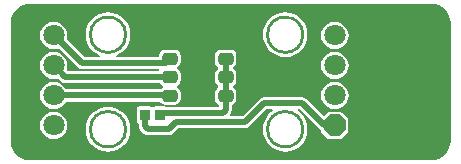
<source format=gtl>
G04 Layer_Physical_Order=1*
G04 Layer_Color=255*
%FSLAX44Y44*%
%MOMM*%
G71*
G01*
G75*
%ADD10R,0.8500X0.9500*%
G04:AMPARAMS|DCode=11|XSize=1.3mm|YSize=1mm|CornerRadius=0.25mm|HoleSize=0mm|Usage=FLASHONLY|Rotation=0.000|XOffset=0mm|YOffset=0mm|HoleType=Round|Shape=RoundedRectangle|*
%AMROUNDEDRECTD11*
21,1,1.3000,0.5000,0,0,0.0*
21,1,0.8000,1.0000,0,0,0.0*
1,1,0.5000,0.4000,-0.2500*
1,1,0.5000,-0.4000,-0.2500*
1,1,0.5000,-0.4000,0.2500*
1,1,0.5000,0.4000,0.2500*
%
%ADD11ROUNDEDRECTD11*%
%ADD12C,0.5000*%
%ADD13C,0.2540*%
%ADD14C,1.8000*%
%ADD15P,1.9483X8X112.5*%
G36*
X363149Y135831D02*
X366177Y134912D01*
X368967Y133420D01*
X371413Y131413D01*
X373420Y128967D01*
X374912Y126177D01*
X375831Y123149D01*
X376132Y120085D01*
X376115Y120000D01*
Y20000D01*
X376132Y19915D01*
X375831Y16851D01*
X374912Y13823D01*
X373420Y11033D01*
X371413Y8587D01*
X368967Y6579D01*
X366177Y5088D01*
X363149Y4169D01*
X360085Y3868D01*
X360000Y3885D01*
X20000D01*
X19915Y3868D01*
X16851Y4169D01*
X13823Y5088D01*
X11033Y6579D01*
X8587Y8587D01*
X6579Y11033D01*
X5088Y13823D01*
X4169Y16851D01*
X3868Y19915D01*
X3885Y20000D01*
Y120000D01*
X3868Y120085D01*
X4169Y123149D01*
X5088Y126177D01*
X6579Y128967D01*
X8587Y131413D01*
X11033Y133420D01*
X13823Y134912D01*
X16851Y135831D01*
X19915Y136132D01*
X20000Y136115D01*
X360000D01*
X360085Y136132D01*
X363149Y135831D01*
D02*
G37*
%LPC*%
G36*
X278000Y70240D02*
X274988Y69843D01*
X272180Y68680D01*
X269770Y66830D01*
X267920Y64420D01*
X266757Y61613D01*
X266360Y58600D01*
X266757Y55588D01*
X267920Y52780D01*
X269770Y50370D01*
X272180Y48520D01*
X274988Y47357D01*
X278000Y46961D01*
X281012Y47357D01*
X283820Y48520D01*
X286230Y50370D01*
X288080Y52780D01*
X289243Y55588D01*
X289640Y58600D01*
X289243Y61613D01*
X288080Y64420D01*
X286230Y66830D01*
X283820Y68680D01*
X281012Y69843D01*
X278000Y70240D01*
D02*
G37*
G36*
X189500Y97389D02*
X181500D01*
X179534Y96998D01*
X177866Y95884D01*
X176752Y94216D01*
X176361Y92250D01*
Y87250D01*
X176752Y85283D01*
X177866Y83616D01*
X179487Y82533D01*
X179534Y82234D01*
Y81516D01*
X179487Y81217D01*
X177866Y80134D01*
X176752Y78467D01*
X176361Y76500D01*
Y71500D01*
X176752Y69534D01*
X177866Y67866D01*
X179487Y66783D01*
X179534Y66484D01*
Y65766D01*
X179487Y65467D01*
X177866Y64384D01*
X176752Y62716D01*
X176361Y60750D01*
Y55750D01*
X176752Y53783D01*
X177866Y52116D01*
X179534Y51002D01*
X180361Y50838D01*
Y48679D01*
X135935D01*
X135241Y49143D01*
X134250Y49340D01*
X125750D01*
X124759Y49143D01*
X124396Y48900D01*
X123500Y48683D01*
X122604Y48900D01*
X122241Y49143D01*
X121250Y49340D01*
X112750D01*
X111759Y49143D01*
X110919Y48581D01*
X110357Y47741D01*
X110160Y46750D01*
Y37250D01*
X110357Y36259D01*
X110919Y35419D01*
X111759Y34857D01*
X111861Y34837D01*
Y33000D01*
X112253Y31033D01*
X113366Y29366D01*
X116366Y26366D01*
X118034Y25252D01*
X120000Y24861D01*
X137477D01*
X139444Y25252D01*
X141111Y26366D01*
X145606Y30861D01*
X202000D01*
X203967Y31252D01*
X205634Y32366D01*
X220128Y46861D01*
X225212D01*
X225246Y46727D01*
X225348Y45591D01*
X222635Y43365D01*
X220284Y40501D01*
X218538Y37233D01*
X217462Y33687D01*
X217099Y30000D01*
X217462Y26313D01*
X218538Y22767D01*
X220284Y19499D01*
X222635Y16635D01*
X225499Y14284D01*
X228767Y12538D01*
X232313Y11462D01*
X236000Y11099D01*
X239687Y11462D01*
X243233Y12538D01*
X246501Y14284D01*
X249365Y16635D01*
X251716Y19499D01*
X253462Y22767D01*
X254538Y26313D01*
X254901Y30000D01*
X254538Y33687D01*
X253462Y37233D01*
X251716Y40501D01*
X249365Y43365D01*
X246652Y45591D01*
X246754Y46727D01*
X246788Y46861D01*
X248295D01*
X265590Y29566D01*
X266410Y29018D01*
Y28700D01*
X266607Y27709D01*
X267169Y26869D01*
X271669Y22369D01*
X272509Y21807D01*
X273500Y21610D01*
X282500D01*
X283491Y21807D01*
X284331Y22369D01*
X288831Y26869D01*
X289393Y27709D01*
X289590Y28700D01*
Y37700D01*
X289393Y38691D01*
X288831Y39531D01*
X284331Y44031D01*
X283491Y44593D01*
X282500Y44790D01*
X273500D01*
X272509Y44593D01*
X271669Y44031D01*
X268664Y41027D01*
X254057Y55634D01*
X252390Y56748D01*
X250424Y57139D01*
X218000D01*
X216033Y56748D01*
X214366Y55634D01*
X199872Y41139D01*
X189565D01*
X189270Y41852D01*
X189162Y42409D01*
X190248Y44033D01*
X190639Y46000D01*
Y50838D01*
X191467Y51002D01*
X193134Y52116D01*
X194248Y53783D01*
X194639Y55750D01*
Y60750D01*
X194248Y62716D01*
X193134Y64384D01*
X191513Y65467D01*
X191467Y65766D01*
Y66484D01*
X191513Y66783D01*
X193134Y67866D01*
X194248Y69534D01*
X194639Y71500D01*
Y76500D01*
X194248Y78467D01*
X193134Y80134D01*
X191513Y81217D01*
X191467Y81516D01*
Y82234D01*
X191513Y82533D01*
X193134Y83616D01*
X194248Y85283D01*
X194639Y87250D01*
Y92250D01*
X194248Y94216D01*
X193134Y95884D01*
X191467Y96998D01*
X189500Y97389D01*
D02*
G37*
G36*
X86000Y48901D02*
X82313Y48538D01*
X78767Y47462D01*
X75499Y45716D01*
X72635Y43365D01*
X70284Y40501D01*
X68538Y37233D01*
X67462Y33687D01*
X67099Y30000D01*
X67462Y26313D01*
X68538Y22767D01*
X70284Y19499D01*
X72635Y16635D01*
X75499Y14284D01*
X78767Y12538D01*
X82313Y11462D01*
X86000Y11099D01*
X89687Y11462D01*
X93233Y12538D01*
X96501Y14284D01*
X99365Y16635D01*
X101716Y19499D01*
X103462Y22767D01*
X104538Y26313D01*
X104901Y30000D01*
X104538Y33687D01*
X103462Y37233D01*
X101716Y40501D01*
X99365Y43365D01*
X96501Y45716D01*
X93233Y47462D01*
X89687Y48538D01*
X86000Y48901D01*
D02*
G37*
G36*
X40000Y44840D02*
X36988Y44443D01*
X34180Y43280D01*
X31770Y41430D01*
X29920Y39020D01*
X28757Y36213D01*
X28360Y33200D01*
X28757Y30187D01*
X29920Y27380D01*
X31770Y24970D01*
X34180Y23120D01*
X36988Y21957D01*
X40000Y21560D01*
X43012Y21957D01*
X45820Y23120D01*
X48230Y24970D01*
X50080Y27380D01*
X51243Y30187D01*
X51639Y33200D01*
X51243Y36213D01*
X50080Y39020D01*
X48230Y41430D01*
X45820Y43280D01*
X43012Y44443D01*
X40000Y44840D01*
D02*
G37*
G36*
X86000Y128901D02*
X82313Y128538D01*
X78767Y127462D01*
X75499Y125716D01*
X72635Y123365D01*
X70284Y120501D01*
X68538Y117233D01*
X67462Y113687D01*
X67099Y110000D01*
X67462Y106313D01*
X68538Y102767D01*
X70284Y99499D01*
X72635Y96635D01*
X75499Y94284D01*
X78767Y92538D01*
X79192Y92409D01*
X79004Y91139D01*
X66129D01*
X51137Y106131D01*
X51243Y106388D01*
X51639Y109400D01*
X51243Y112413D01*
X50080Y115220D01*
X48230Y117630D01*
X45820Y119480D01*
X43012Y120643D01*
X40000Y121040D01*
X36988Y120643D01*
X34180Y119480D01*
X31770Y117630D01*
X29920Y115220D01*
X28757Y112413D01*
X28360Y109400D01*
X28757Y106388D01*
X29920Y103580D01*
X31770Y101170D01*
X34180Y99320D01*
X36988Y98157D01*
X40000Y97760D01*
X43012Y98157D01*
X44118Y98615D01*
X60366Y82366D01*
X62034Y81252D01*
X64000Y80861D01*
X128868D01*
X129583Y79591D01*
X129308Y79139D01*
X52129D01*
X50961Y80306D01*
X51243Y80988D01*
X51639Y84000D01*
X51243Y87013D01*
X50080Y89820D01*
X48230Y92230D01*
X45820Y94080D01*
X43012Y95243D01*
X40000Y95640D01*
X36988Y95243D01*
X34180Y94080D01*
X31770Y92230D01*
X29920Y89820D01*
X28757Y87013D01*
X28360Y84000D01*
X28757Y80988D01*
X29920Y78180D01*
X31770Y75770D01*
X34180Y73920D01*
X36988Y72757D01*
X40000Y72361D01*
X43012Y72757D01*
X43694Y73039D01*
X46366Y70366D01*
X48033Y69252D01*
X50000Y68861D01*
X130202D01*
X130866Y67866D01*
X132487Y66783D01*
X132534Y66484D01*
Y65766D01*
X132487Y65467D01*
X130866Y64384D01*
X130435Y63739D01*
X50362D01*
X50080Y64420D01*
X48230Y66830D01*
X45820Y68680D01*
X43012Y69843D01*
X40000Y70240D01*
X36988Y69843D01*
X34180Y68680D01*
X31770Y66830D01*
X29920Y64420D01*
X28757Y61613D01*
X28360Y58600D01*
X28757Y55588D01*
X29920Y52780D01*
X31770Y50370D01*
X34180Y48520D01*
X36988Y47357D01*
X40000Y46961D01*
X43012Y47357D01*
X45820Y48520D01*
X48230Y50370D01*
X50080Y52780D01*
X50362Y53461D01*
X129968D01*
X130866Y52116D01*
X132534Y51002D01*
X134500Y50611D01*
X142500D01*
X144466Y51002D01*
X146134Y52116D01*
X147248Y53783D01*
X147639Y55750D01*
Y60750D01*
X147248Y62716D01*
X146134Y64384D01*
X144513Y65467D01*
X144466Y65766D01*
Y66484D01*
X144513Y66783D01*
X146134Y67866D01*
X147248Y69534D01*
X147639Y71500D01*
Y76500D01*
X147248Y78467D01*
X146134Y80134D01*
X144513Y81217D01*
X144466Y81516D01*
Y82234D01*
X144513Y82533D01*
X146134Y83616D01*
X147248Y85283D01*
X147639Y87250D01*
Y92250D01*
X147248Y94216D01*
X146134Y95884D01*
X144466Y96998D01*
X142500Y97389D01*
X134500D01*
X132534Y96998D01*
X130866Y95884D01*
X129752Y94216D01*
X129361Y92250D01*
Y91139D01*
X92996D01*
X92808Y92409D01*
X93233Y92538D01*
X96501Y94284D01*
X99365Y96635D01*
X101716Y99499D01*
X103462Y102767D01*
X104538Y106313D01*
X104901Y110000D01*
X104538Y113687D01*
X103462Y117233D01*
X101716Y120501D01*
X99365Y123365D01*
X96501Y125716D01*
X93233Y127462D01*
X89687Y128538D01*
X86000Y128901D01*
D02*
G37*
G36*
X278000Y121040D02*
X274988Y120643D01*
X272180Y119480D01*
X269770Y117630D01*
X267920Y115220D01*
X266757Y112413D01*
X266360Y109400D01*
X266757Y106388D01*
X267920Y103580D01*
X269770Y101170D01*
X272180Y99320D01*
X274988Y98157D01*
X278000Y97760D01*
X281012Y98157D01*
X283820Y99320D01*
X286230Y101170D01*
X288080Y103580D01*
X289243Y106388D01*
X289640Y109400D01*
X289243Y112413D01*
X288080Y115220D01*
X286230Y117630D01*
X283820Y119480D01*
X281012Y120643D01*
X278000Y121040D01*
D02*
G37*
G36*
Y95640D02*
X274988Y95243D01*
X272180Y94080D01*
X269770Y92230D01*
X267920Y89820D01*
X266757Y87013D01*
X266360Y84000D01*
X266757Y80988D01*
X267920Y78180D01*
X269770Y75770D01*
X272180Y73920D01*
X274988Y72757D01*
X278000Y72361D01*
X281012Y72757D01*
X283820Y73920D01*
X286230Y75770D01*
X288080Y78180D01*
X289243Y80988D01*
X289640Y84000D01*
X289243Y87013D01*
X288080Y89820D01*
X286230Y92230D01*
X283820Y94080D01*
X281012Y95243D01*
X278000Y95640D01*
D02*
G37*
G36*
X236000Y128901D02*
X232313Y128538D01*
X228767Y127462D01*
X225499Y125716D01*
X222635Y123365D01*
X220284Y120501D01*
X218538Y117233D01*
X217462Y113687D01*
X217099Y110000D01*
X217462Y106313D01*
X218538Y102767D01*
X220284Y99499D01*
X222635Y96635D01*
X225499Y94284D01*
X228767Y92538D01*
X232313Y91462D01*
X236000Y91099D01*
X239687Y91462D01*
X243233Y92538D01*
X246501Y94284D01*
X249365Y96635D01*
X251716Y99499D01*
X253462Y102767D01*
X254538Y106313D01*
X254901Y110000D01*
X254538Y113687D01*
X253462Y117233D01*
X251716Y120501D01*
X249365Y123365D01*
X246501Y125716D01*
X243233Y127462D01*
X239687Y128538D01*
X236000Y128901D01*
D02*
G37*
%LPD*%
D10*
X117000Y42000D02*
D03*
X130000D02*
D03*
D11*
X138500Y89750D02*
D03*
Y74000D02*
D03*
Y58250D02*
D03*
X185500D02*
D03*
Y74000D02*
D03*
Y89750D02*
D03*
D12*
X269223Y33200D02*
X278000D01*
X250424Y52000D02*
X269223Y33200D01*
X218000Y52000D02*
X250424D01*
X202000Y36000D02*
X218000Y52000D01*
X131540Y43540D02*
X183040D01*
X185500Y46000D01*
Y58250D01*
Y74000D01*
Y89750D01*
X130000Y42000D02*
X131540Y43540D01*
X143477Y36000D02*
X202000D01*
X137477Y30000D02*
X143477Y36000D01*
X120000Y30000D02*
X137477D01*
X117000Y33000D02*
X120000Y30000D01*
X117000Y33000D02*
Y42000D01*
X40000Y58600D02*
X138150D01*
X138500Y58250D01*
X50000Y74000D02*
X138500D01*
X40000Y84000D02*
X50000Y74000D01*
X40000Y109400D02*
X40600D01*
X64000Y86000D01*
X134750D01*
X138500Y89750D01*
D13*
X251000Y110000D02*
G03*
X251000Y110000I-15000J0D01*
G01*
Y30000D02*
G03*
X251000Y30000I-15000J0D01*
G01*
X101000D02*
G03*
X101000Y30000I-15000J0D01*
G01*
Y110000D02*
G03*
X101000Y110000I-15000J0D01*
G01*
D14*
X40000Y33200D02*
D03*
Y109400D02*
D03*
Y84000D02*
D03*
Y58600D02*
D03*
X278000D02*
D03*
Y84000D02*
D03*
Y109400D02*
D03*
D15*
Y33200D02*
D03*
M02*

</source>
